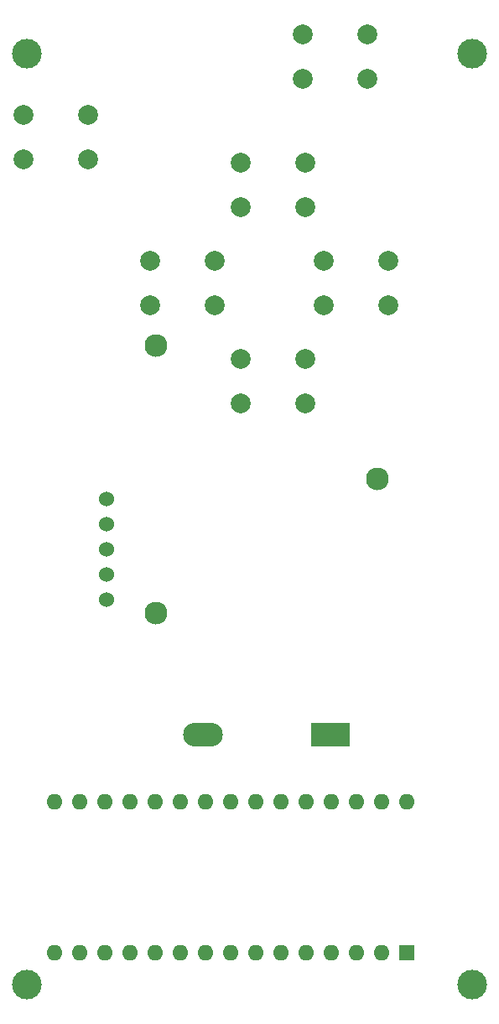
<source format=gbr>
%TF.GenerationSoftware,KiCad,Pcbnew,8.0.2*%
%TF.CreationDate,2024-05-12T00:24:23+01:00*%
%TF.ProjectId,Right_Controller_PCB_Bluetooth,52696768-745f-4436-9f6e-74726f6c6c65,V1.1*%
%TF.SameCoordinates,Original*%
%TF.FileFunction,Soldermask,Top*%
%TF.FilePolarity,Negative*%
%FSLAX46Y46*%
G04 Gerber Fmt 4.6, Leading zero omitted, Abs format (unit mm)*
G04 Created by KiCad (PCBNEW 8.0.2) date 2024-05-12 00:24:23*
%MOMM*%
%LPD*%
G01*
G04 APERTURE LIST*
%ADD10C,3.000000*%
%ADD11C,1.524000*%
%ADD12C,2.000000*%
%ADD13R,1.600000X1.600000*%
%ADD14O,1.600000X1.600000*%
%ADD15C,2.300000*%
%ADD16R,4.020000X2.410000*%
%ADD17O,4.020000X2.410000*%
G04 APERTURE END LIST*
D10*
%TO.C,H1*%
X121000000Y-51000000D03*
%TD*%
D11*
%TO.C,JoystickR1*%
X129081250Y-95920000D03*
X129081250Y-98460000D03*
X129081250Y-101000000D03*
X129081250Y-103540000D03*
X129081250Y-106080000D03*
%TD*%
D12*
%TO.C,START_R1*%
X127202000Y-61686000D03*
X120702000Y-61686000D03*
X127202000Y-57186000D03*
X120702000Y-57186000D03*
%TD*%
%TO.C,A1*%
X142598000Y-81788000D03*
X149098000Y-81788000D03*
X142598000Y-86288000D03*
X149098000Y-86288000D03*
%TD*%
%TO.C,X1*%
X133454000Y-71882000D03*
X139954000Y-71882000D03*
X133454000Y-76382000D03*
X139954000Y-76382000D03*
%TD*%
%TO.C,RIGHT_SHOULDER1*%
X148896000Y-49058000D03*
X155396000Y-49058000D03*
X148896000Y-53558000D03*
X155396000Y-53558000D03*
%TD*%
%TO.C,B1*%
X150980000Y-71882000D03*
X157480000Y-71882000D03*
X150980000Y-76382000D03*
X157480000Y-76382000D03*
%TD*%
D10*
%TO.C,H2*%
X166000000Y-51000000D03*
%TD*%
D12*
%TO.C,Y1*%
X142598000Y-61976000D03*
X149098000Y-61976000D03*
X142598000Y-66476000D03*
X149098000Y-66476000D03*
%TD*%
D10*
%TO.C,H3*%
X166000000Y-145000000D03*
%TD*%
%TO.C,H4*%
X121000000Y-145000000D03*
%TD*%
D13*
%TO.C,CentralBoard1*%
X159360000Y-141740000D03*
D14*
X156820000Y-141740000D03*
X154280000Y-141740000D03*
X151740000Y-141740000D03*
X149200000Y-141740000D03*
X146660000Y-141740000D03*
X144120000Y-141740000D03*
X141580000Y-141740000D03*
X139040000Y-141740000D03*
X136500000Y-141740000D03*
X133960000Y-141740000D03*
X131420000Y-141740000D03*
X128880000Y-141740000D03*
X126340000Y-141740000D03*
X123800000Y-141740000D03*
X123800000Y-126500000D03*
X126340000Y-126500000D03*
X128880000Y-126500000D03*
X131420000Y-126500000D03*
X133960000Y-126500000D03*
X136500000Y-126500000D03*
X139040000Y-126500000D03*
X141580000Y-126500000D03*
X144120000Y-126500000D03*
X146660000Y-126500000D03*
X149200000Y-126500000D03*
X151740000Y-126500000D03*
X154280000Y-126500000D03*
X156820000Y-126500000D03*
X159360000Y-126500000D03*
%TD*%
D15*
%TO.C,BAT9V1*%
X134010000Y-107460000D03*
X156360000Y-93970000D03*
X134010000Y-80490000D03*
D16*
X151630000Y-119750000D03*
D17*
X138750000Y-119750000D03*
%TD*%
M02*

</source>
